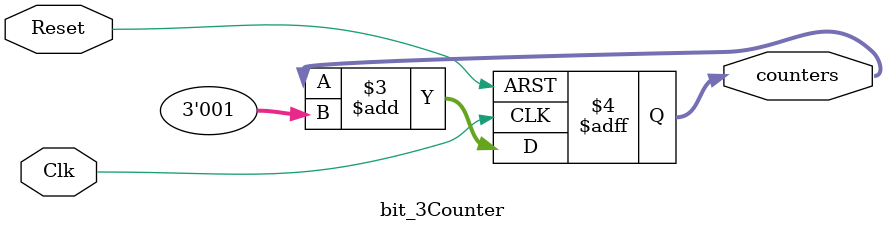
<source format=v>
module bit_3Counter(counters,Clk, Reset);
	
 //variables of the module
 input Clk;// input clock
 input Reset; // asynchronous reset
 output reg [2:0]counters; // registered nodes to store value
 
 //the behaviour of registered nodes
   always @(posedge Clk or negedge Reset) 
   
      begin
      
	     if (Reset==1'b0) // when reset is 0
	          counters[2:0]=3'b0; //reset the counter
	          
	     else  //when reset is 1
	          /* the array of 3 bits treated as a single numeric value,
		      The counter is incremented by 1
		      */
		      counters[2:0]<=counters[2:0]+3'b1; 
		     
      end
 
	
endmodule
</source>
